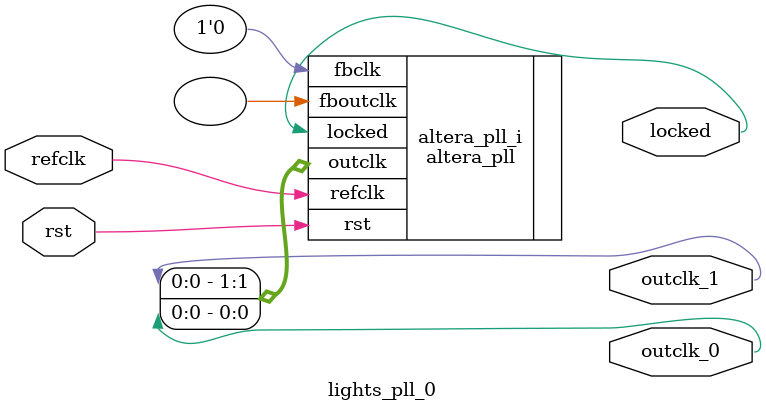
<source format=v>
`timescale 1ns/10ps
module  lights_pll_0(

	// interface 'refclk'
	input wire refclk,

	// interface 'reset'
	input wire rst,

	// interface 'outclk0'
	output wire outclk_0,

	// interface 'outclk1'
	output wire outclk_1,

	// interface 'locked'
	output wire locked
);

	altera_pll #(
		.fractional_vco_multiplier("false"),
		.reference_clock_frequency("50.0 MHz"),
		.operation_mode("direct"),
		.number_of_clocks(2),
		.output_clock_frequency0("143.000000 MHz"),
		.phase_shift0("0 ps"),
		.duty_cycle0(50),
		.output_clock_frequency1("102.142857 MHz"),
		.phase_shift1("0 ps"),
		.duty_cycle1(50),
		.output_clock_frequency2("0 MHz"),
		.phase_shift2("0 ps"),
		.duty_cycle2(50),
		.output_clock_frequency3("0 MHz"),
		.phase_shift3("0 ps"),
		.duty_cycle3(50),
		.output_clock_frequency4("0 MHz"),
		.phase_shift4("0 ps"),
		.duty_cycle4(50),
		.output_clock_frequency5("0 MHz"),
		.phase_shift5("0 ps"),
		.duty_cycle5(50),
		.output_clock_frequency6("0 MHz"),
		.phase_shift6("0 ps"),
		.duty_cycle6(50),
		.output_clock_frequency7("0 MHz"),
		.phase_shift7("0 ps"),
		.duty_cycle7(50),
		.output_clock_frequency8("0 MHz"),
		.phase_shift8("0 ps"),
		.duty_cycle8(50),
		.output_clock_frequency9("0 MHz"),
		.phase_shift9("0 ps"),
		.duty_cycle9(50),
		.output_clock_frequency10("0 MHz"),
		.phase_shift10("0 ps"),
		.duty_cycle10(50),
		.output_clock_frequency11("0 MHz"),
		.phase_shift11("0 ps"),
		.duty_cycle11(50),
		.output_clock_frequency12("0 MHz"),
		.phase_shift12("0 ps"),
		.duty_cycle12(50),
		.output_clock_frequency13("0 MHz"),
		.phase_shift13("0 ps"),
		.duty_cycle13(50),
		.output_clock_frequency14("0 MHz"),
		.phase_shift14("0 ps"),
		.duty_cycle14(50),
		.output_clock_frequency15("0 MHz"),
		.phase_shift15("0 ps"),
		.duty_cycle15(50),
		.output_clock_frequency16("0 MHz"),
		.phase_shift16("0 ps"),
		.duty_cycle16(50),
		.output_clock_frequency17("0 MHz"),
		.phase_shift17("0 ps"),
		.duty_cycle17(50),
		.pll_type("General"),
		.pll_subtype("General")
	) altera_pll_i (
		.rst	(rst),
		.outclk	({outclk_1, outclk_0}),
		.locked	(locked),
		.fboutclk	( ),
		.fbclk	(1'b0),
		.refclk	(refclk)
	);
endmodule


</source>
